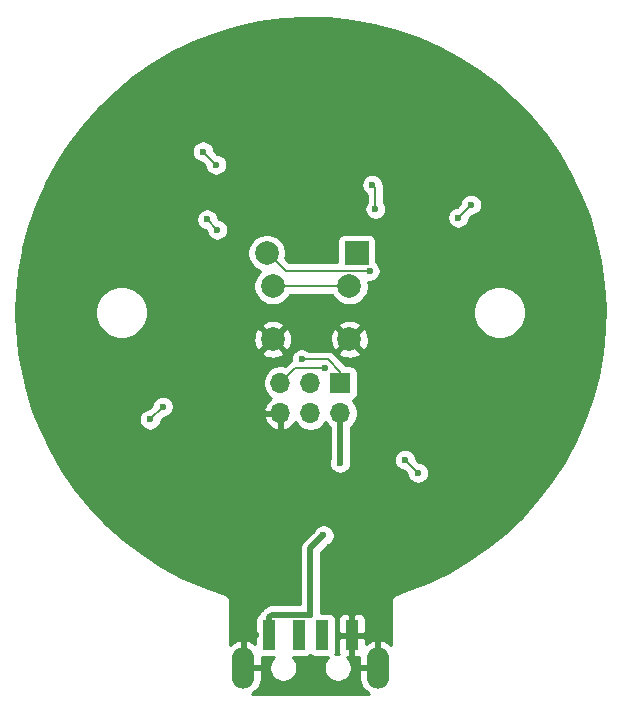
<source format=gbr>
G04 #@! TF.GenerationSoftware,KiCad,Pcbnew,(5.1.6)-1*
G04 #@! TF.CreationDate,2020-09-18T10:49:42+01:00*
G04 #@! TF.ProjectId,teatime,74656174-696d-4652-9e6b-696361645f70,rev?*
G04 #@! TF.SameCoordinates,Original*
G04 #@! TF.FileFunction,Copper,L2,Bot*
G04 #@! TF.FilePolarity,Positive*
%FSLAX46Y46*%
G04 Gerber Fmt 4.6, Leading zero omitted, Abs format (unit mm)*
G04 Created by KiCad (PCBNEW (5.1.6)-1) date 2020-09-18 10:49:42*
%MOMM*%
%LPD*%
G01*
G04 APERTURE LIST*
G04 #@! TA.AperFunction,ComponentPad*
%ADD10C,2.000000*%
G04 #@! TD*
G04 #@! TA.AperFunction,ComponentPad*
%ADD11R,2.000000X2.000000*%
G04 #@! TD*
G04 #@! TA.AperFunction,ComponentPad*
%ADD12O,1.700000X1.700000*%
G04 #@! TD*
G04 #@! TA.AperFunction,ComponentPad*
%ADD13R,1.700000X1.700000*%
G04 #@! TD*
G04 #@! TA.AperFunction,SMDPad,CuDef*
%ADD14R,1.100000X2.500000*%
G04 #@! TD*
G04 #@! TA.AperFunction,ComponentPad*
%ADD15O,1.900000X3.500000*%
G04 #@! TD*
G04 #@! TA.AperFunction,ViaPad*
%ADD16C,0.600000*%
G04 #@! TD*
G04 #@! TA.AperFunction,Conductor*
%ADD17C,0.500000*%
G04 #@! TD*
G04 #@! TA.AperFunction,Conductor*
%ADD18C,0.200000*%
G04 #@! TD*
G04 #@! TA.AperFunction,Conductor*
%ADD19C,0.254000*%
G04 #@! TD*
G04 APERTURE END LIST*
D10*
X96300000Y-95000000D03*
D11*
X103900000Y-95000000D03*
D12*
X97460000Y-108540000D03*
X97460000Y-106000000D03*
X100000000Y-108540000D03*
X100000000Y-106000000D03*
X102540000Y-108540000D03*
D13*
X102540000Y-106000000D03*
D14*
X96500000Y-127350000D03*
X99000000Y-127350000D03*
X101000000Y-127350000D03*
X103500000Y-127350000D03*
D15*
X105700000Y-130100000D03*
X94300000Y-130100000D03*
D10*
X103300000Y-97800000D03*
X103300000Y-102300000D03*
X96800000Y-97800000D03*
X96800000Y-102300000D03*
D16*
X83500000Y-91000000D03*
X90200000Y-89300000D03*
X110700000Y-90200000D03*
X109000000Y-83500000D03*
X89300000Y-109800000D03*
X90900000Y-116400000D03*
X109800000Y-110700000D03*
X116400000Y-109100000D03*
X95350000Y-127350000D03*
X102500000Y-118100000D03*
X99000000Y-115700000D03*
X98100000Y-83000000D03*
X103700000Y-86800000D03*
X95000000Y-112750000D03*
X93500000Y-83250000D03*
X116750000Y-93500000D03*
X106500000Y-116750000D03*
X83250000Y-106500000D03*
X102500000Y-112750000D03*
X101250000Y-104750006D03*
X91250000Y-92150000D03*
X92107115Y-93007115D03*
X99250000Y-104000010D03*
X92000000Y-87500000D03*
X90900000Y-86400000D03*
X87500000Y-108000000D03*
X86414668Y-109085332D03*
X108000000Y-112500000D03*
X109100000Y-113600000D03*
X112500000Y-92000000D03*
X113600000Y-90900000D03*
X100000000Y-125600000D03*
X101100000Y-118900000D03*
X105000000Y-96500000D03*
X105500000Y-91250000D03*
X105224605Y-89224605D03*
D17*
X102540000Y-108540000D02*
X102540000Y-112710000D01*
X102540000Y-112710000D02*
X102500000Y-112750000D01*
D18*
X96800000Y-97800000D02*
X103300000Y-97800000D01*
X98709994Y-104750006D02*
X101250000Y-104750006D01*
X97460000Y-106000000D02*
X98709994Y-104750006D01*
X92107115Y-93007115D02*
X91250000Y-92150000D01*
X101500010Y-104000010D02*
X99250000Y-104000010D01*
X102540000Y-106000000D02*
X102540000Y-105040000D01*
X102540000Y-105040000D02*
X101500010Y-104000010D01*
X92000000Y-87500000D02*
X90900000Y-86400000D01*
X87500000Y-108000000D02*
X86414668Y-109085332D01*
X108000000Y-112500000D02*
X109100000Y-113600000D01*
X112500000Y-92000000D02*
X113600000Y-90900000D01*
D17*
X96750000Y-125600000D02*
X100000000Y-125600000D01*
X96500000Y-127350000D02*
X96500000Y-125850000D01*
X96500000Y-125850000D02*
X96750000Y-125600000D01*
X100000000Y-125600000D02*
X100000000Y-120000000D01*
X100000000Y-120000000D02*
X101100000Y-118900000D01*
D18*
X97900000Y-96500000D02*
X96400000Y-95000000D01*
X105000000Y-96500000D02*
X97900000Y-96500000D01*
X105500000Y-91250000D02*
X105500000Y-89500000D01*
X105500000Y-89500000D02*
X105224605Y-89224605D01*
D19*
G36*
X101529728Y-75135304D02*
G01*
X103475870Y-75331974D01*
X105400596Y-75680734D01*
X107292018Y-76179429D01*
X109138469Y-76824981D01*
X110928598Y-77613421D01*
X112651336Y-78539877D01*
X114296083Y-79598648D01*
X115852683Y-80783196D01*
X117311544Y-82086217D01*
X118663676Y-83499686D01*
X119900747Y-85014893D01*
X121015115Y-86622478D01*
X121999921Y-88312543D01*
X122849087Y-90074659D01*
X123557386Y-91897982D01*
X124120442Y-93771245D01*
X124534791Y-95682918D01*
X124797873Y-97621208D01*
X124908067Y-99574154D01*
X124864696Y-101529726D01*
X124668026Y-103475870D01*
X124319266Y-105400596D01*
X123820571Y-107292019D01*
X123175019Y-109138469D01*
X122386579Y-110928598D01*
X121460123Y-112651336D01*
X120401352Y-114296083D01*
X119216811Y-115852676D01*
X117913783Y-117311543D01*
X116500314Y-118663676D01*
X114985109Y-119900745D01*
X113377522Y-121015115D01*
X111687462Y-121999918D01*
X109925341Y-122849087D01*
X108094662Y-123560244D01*
X107287178Y-123822611D01*
X107226979Y-123840872D01*
X107103636Y-123906800D01*
X106995524Y-123995525D01*
X106906799Y-124103637D01*
X106840871Y-124226980D01*
X106800272Y-124360816D01*
X106789999Y-124465123D01*
X106790000Y-128150664D01*
X106730962Y-128089434D01*
X106474983Y-127911564D01*
X106189221Y-127787051D01*
X106072588Y-127759414D01*
X105827000Y-127879416D01*
X105827000Y-129973000D01*
X105847000Y-129973000D01*
X105847000Y-130227000D01*
X105827000Y-130227000D01*
X105827000Y-130247000D01*
X105573000Y-130247000D01*
X105573000Y-130227000D01*
X104115000Y-130227000D01*
X104115000Y-131027000D01*
X104170232Y-131333778D01*
X104284252Y-131623886D01*
X104452678Y-131886175D01*
X104669038Y-132110566D01*
X104925017Y-132288436D01*
X104928606Y-132290000D01*
X95071394Y-132290000D01*
X95074983Y-132288436D01*
X95330962Y-132110566D01*
X95547322Y-131886175D01*
X95715748Y-131623886D01*
X95829768Y-131333778D01*
X95885000Y-131027000D01*
X95885000Y-130227000D01*
X94427000Y-130227000D01*
X94427000Y-130247000D01*
X94173000Y-130247000D01*
X94173000Y-130227000D01*
X94153000Y-130227000D01*
X94153000Y-129973000D01*
X94173000Y-129973000D01*
X94173000Y-127879416D01*
X94427000Y-127879416D01*
X94427000Y-129973000D01*
X95885000Y-129973000D01*
X95885000Y-129231670D01*
X95950000Y-129238072D01*
X96886084Y-129238072D01*
X96779550Y-129344606D01*
X96649866Y-129538692D01*
X96560539Y-129754348D01*
X96515000Y-129983288D01*
X96515000Y-130216712D01*
X96560539Y-130445652D01*
X96649866Y-130661308D01*
X96779550Y-130855394D01*
X96944606Y-131020450D01*
X97138692Y-131150134D01*
X97354348Y-131239461D01*
X97583288Y-131285000D01*
X97816712Y-131285000D01*
X98045652Y-131239461D01*
X98261308Y-131150134D01*
X98455394Y-131020450D01*
X98620450Y-130855394D01*
X98750134Y-130661308D01*
X98839461Y-130445652D01*
X98885000Y-130216712D01*
X98885000Y-129983288D01*
X98839461Y-129754348D01*
X98750134Y-129538692D01*
X98620450Y-129344606D01*
X98513916Y-129238072D01*
X99550000Y-129238072D01*
X99674482Y-129225812D01*
X99794180Y-129189502D01*
X99904494Y-129130537D01*
X100000000Y-129052158D01*
X100095506Y-129130537D01*
X100205820Y-129189502D01*
X100325518Y-129225812D01*
X100450000Y-129238072D01*
X101486084Y-129238072D01*
X101379550Y-129344606D01*
X101249866Y-129538692D01*
X101160539Y-129754348D01*
X101115000Y-129983288D01*
X101115000Y-130216712D01*
X101160539Y-130445652D01*
X101249866Y-130661308D01*
X101379550Y-130855394D01*
X101544606Y-131020450D01*
X101738692Y-131150134D01*
X101954348Y-131239461D01*
X102183288Y-131285000D01*
X102416712Y-131285000D01*
X102645652Y-131239461D01*
X102861308Y-131150134D01*
X103055394Y-131020450D01*
X103220450Y-130855394D01*
X103350134Y-130661308D01*
X103439461Y-130445652D01*
X103485000Y-130216712D01*
X103485000Y-129983288D01*
X103439461Y-129754348D01*
X103350134Y-129538692D01*
X103220450Y-129344606D01*
X103112032Y-129236188D01*
X103214250Y-129235000D01*
X103373000Y-129076250D01*
X103373000Y-127477000D01*
X103627000Y-127477000D01*
X103627000Y-129076250D01*
X103785750Y-129235000D01*
X104050000Y-129238072D01*
X104115000Y-129231670D01*
X104115000Y-129973000D01*
X105573000Y-129973000D01*
X105573000Y-127879416D01*
X105327412Y-127759414D01*
X105210779Y-127787051D01*
X104925017Y-127911564D01*
X104686407Y-128077365D01*
X104685000Y-127635750D01*
X104526250Y-127477000D01*
X103627000Y-127477000D01*
X103373000Y-127477000D01*
X102473750Y-127477000D01*
X102315000Y-127635750D01*
X102311928Y-128600000D01*
X102324188Y-128724482D01*
X102360498Y-128844180D01*
X102398353Y-128915000D01*
X102183288Y-128915000D01*
X102091934Y-128933171D01*
X102139502Y-128844180D01*
X102175812Y-128724482D01*
X102188072Y-128600000D01*
X102188072Y-126100000D01*
X102311928Y-126100000D01*
X102315000Y-127064250D01*
X102473750Y-127223000D01*
X103373000Y-127223000D01*
X103373000Y-125623750D01*
X103627000Y-125623750D01*
X103627000Y-127223000D01*
X104526250Y-127223000D01*
X104685000Y-127064250D01*
X104688072Y-126100000D01*
X104675812Y-125975518D01*
X104639502Y-125855820D01*
X104580537Y-125745506D01*
X104501185Y-125648815D01*
X104404494Y-125569463D01*
X104294180Y-125510498D01*
X104174482Y-125474188D01*
X104050000Y-125461928D01*
X103785750Y-125465000D01*
X103627000Y-125623750D01*
X103373000Y-125623750D01*
X103214250Y-125465000D01*
X102950000Y-125461928D01*
X102825518Y-125474188D01*
X102705820Y-125510498D01*
X102595506Y-125569463D01*
X102498815Y-125648815D01*
X102419463Y-125745506D01*
X102360498Y-125855820D01*
X102324188Y-125975518D01*
X102311928Y-126100000D01*
X102188072Y-126100000D01*
X102175812Y-125975518D01*
X102139502Y-125855820D01*
X102080537Y-125745506D01*
X102001185Y-125648815D01*
X101904494Y-125569463D01*
X101794180Y-125510498D01*
X101674482Y-125474188D01*
X101550000Y-125461928D01*
X100925853Y-125461928D01*
X100899068Y-125327271D01*
X100885000Y-125293308D01*
X100885000Y-120366578D01*
X101508924Y-119742655D01*
X101542889Y-119728586D01*
X101696028Y-119626262D01*
X101826262Y-119496028D01*
X101928586Y-119342889D01*
X101999068Y-119172729D01*
X102035000Y-118992089D01*
X102035000Y-118807911D01*
X101999068Y-118627271D01*
X101928586Y-118457111D01*
X101826262Y-118303972D01*
X101696028Y-118173738D01*
X101542889Y-118071414D01*
X101372729Y-118000932D01*
X101192089Y-117965000D01*
X101007911Y-117965000D01*
X100827271Y-118000932D01*
X100657111Y-118071414D01*
X100503972Y-118173738D01*
X100373738Y-118303972D01*
X100271414Y-118457111D01*
X100257345Y-118491076D01*
X99404951Y-119343471D01*
X99371184Y-119371183D01*
X99343471Y-119404951D01*
X99343468Y-119404954D01*
X99260590Y-119505941D01*
X99178412Y-119659687D01*
X99127805Y-119826510D01*
X99110719Y-120000000D01*
X99115001Y-120043479D01*
X99115000Y-124715000D01*
X96793465Y-124715000D01*
X96749999Y-124710719D01*
X96706533Y-124715000D01*
X96706523Y-124715000D01*
X96576510Y-124727805D01*
X96409687Y-124778411D01*
X96255941Y-124860589D01*
X96121183Y-124971183D01*
X96093466Y-125004956D01*
X95904952Y-125193470D01*
X95871184Y-125221183D01*
X95843471Y-125254951D01*
X95843468Y-125254954D01*
X95760590Y-125355941D01*
X95678412Y-125509687D01*
X95672814Y-125528140D01*
X95595506Y-125569463D01*
X95498815Y-125648815D01*
X95419463Y-125745506D01*
X95360498Y-125855820D01*
X95324188Y-125975518D01*
X95311928Y-126100000D01*
X95311928Y-128076208D01*
X95074983Y-127911564D01*
X94789221Y-127787051D01*
X94672588Y-127759414D01*
X94427000Y-127879416D01*
X94173000Y-127879416D01*
X93927412Y-127759414D01*
X93810779Y-127787051D01*
X93525017Y-127911564D01*
X93269038Y-128089434D01*
X93210000Y-128150663D01*
X93210000Y-124465122D01*
X93199727Y-124360815D01*
X93159128Y-124226979D01*
X93093200Y-124103636D01*
X93004475Y-123995524D01*
X92896363Y-123906799D01*
X92773020Y-123840871D01*
X92720302Y-123824879D01*
X90861531Y-123175019D01*
X89071402Y-122386579D01*
X87348664Y-121460123D01*
X85703917Y-120401352D01*
X84147324Y-119216811D01*
X82688457Y-117913783D01*
X81336324Y-116500314D01*
X80099255Y-114985109D01*
X78984885Y-113377522D01*
X78000082Y-111687462D01*
X77150913Y-109925341D01*
X76788825Y-108993243D01*
X85479668Y-108993243D01*
X85479668Y-109177421D01*
X85515600Y-109358061D01*
X85586082Y-109528221D01*
X85688406Y-109681360D01*
X85818640Y-109811594D01*
X85971779Y-109913918D01*
X86141939Y-109984400D01*
X86322579Y-110020332D01*
X86506757Y-110020332D01*
X86687397Y-109984400D01*
X86857557Y-109913918D01*
X87010696Y-109811594D01*
X87140930Y-109681360D01*
X87243254Y-109528221D01*
X87313736Y-109358061D01*
X87346600Y-109192847D01*
X87607515Y-108931932D01*
X87772729Y-108899068D01*
X87777984Y-108896891D01*
X96018519Y-108896891D01*
X96115843Y-109171252D01*
X96264822Y-109421355D01*
X96459731Y-109637588D01*
X96693080Y-109811641D01*
X96955901Y-109936825D01*
X97103110Y-109981476D01*
X97333000Y-109860155D01*
X97333000Y-108667000D01*
X96139186Y-108667000D01*
X96018519Y-108896891D01*
X87777984Y-108896891D01*
X87942889Y-108828586D01*
X88096028Y-108726262D01*
X88226262Y-108596028D01*
X88328586Y-108442889D01*
X88399068Y-108272729D01*
X88435000Y-108092089D01*
X88435000Y-107907911D01*
X88399068Y-107727271D01*
X88328586Y-107557111D01*
X88226262Y-107403972D01*
X88096028Y-107273738D01*
X87942889Y-107171414D01*
X87772729Y-107100932D01*
X87592089Y-107065000D01*
X87407911Y-107065000D01*
X87227271Y-107100932D01*
X87057111Y-107171414D01*
X86903972Y-107273738D01*
X86773738Y-107403972D01*
X86671414Y-107557111D01*
X86600932Y-107727271D01*
X86568068Y-107892485D01*
X86307153Y-108153400D01*
X86141939Y-108186264D01*
X85971779Y-108256746D01*
X85818640Y-108359070D01*
X85688406Y-108489304D01*
X85586082Y-108642443D01*
X85515600Y-108812603D01*
X85479668Y-108993243D01*
X76788825Y-108993243D01*
X76442614Y-108102018D01*
X75879557Y-106228752D01*
X75798275Y-105853740D01*
X95975000Y-105853740D01*
X95975000Y-106146260D01*
X96032068Y-106433158D01*
X96144010Y-106703411D01*
X96306525Y-106946632D01*
X96513368Y-107153475D01*
X96689406Y-107271100D01*
X96459731Y-107442412D01*
X96264822Y-107658645D01*
X96115843Y-107908748D01*
X96018519Y-108183109D01*
X96139186Y-108413000D01*
X97333000Y-108413000D01*
X97333000Y-108393000D01*
X97587000Y-108393000D01*
X97587000Y-108413000D01*
X97607000Y-108413000D01*
X97607000Y-108667000D01*
X97587000Y-108667000D01*
X97587000Y-109860155D01*
X97816890Y-109981476D01*
X97964099Y-109936825D01*
X98226920Y-109811641D01*
X98460269Y-109637588D01*
X98655178Y-109421355D01*
X98724805Y-109304466D01*
X98846525Y-109486632D01*
X99053368Y-109693475D01*
X99296589Y-109855990D01*
X99566842Y-109967932D01*
X99853740Y-110025000D01*
X100146260Y-110025000D01*
X100433158Y-109967932D01*
X100703411Y-109855990D01*
X100946632Y-109693475D01*
X101153475Y-109486632D01*
X101270000Y-109312240D01*
X101386525Y-109486632D01*
X101593368Y-109693475D01*
X101655000Y-109734656D01*
X101655001Y-112346736D01*
X101600932Y-112477271D01*
X101565000Y-112657911D01*
X101565000Y-112842089D01*
X101600932Y-113022729D01*
X101671414Y-113192889D01*
X101773738Y-113346028D01*
X101903972Y-113476262D01*
X102057111Y-113578586D01*
X102227271Y-113649068D01*
X102407911Y-113685000D01*
X102592089Y-113685000D01*
X102772729Y-113649068D01*
X102942889Y-113578586D01*
X103096028Y-113476262D01*
X103226262Y-113346028D01*
X103328586Y-113192889D01*
X103399068Y-113022729D01*
X103435000Y-112842089D01*
X103435000Y-112657911D01*
X103425000Y-112607638D01*
X103425000Y-112407911D01*
X107065000Y-112407911D01*
X107065000Y-112592089D01*
X107100932Y-112772729D01*
X107171414Y-112942889D01*
X107273738Y-113096028D01*
X107403972Y-113226262D01*
X107557111Y-113328586D01*
X107727271Y-113399068D01*
X107892485Y-113431932D01*
X108168068Y-113707515D01*
X108200932Y-113872729D01*
X108271414Y-114042889D01*
X108373738Y-114196028D01*
X108503972Y-114326262D01*
X108657111Y-114428586D01*
X108827271Y-114499068D01*
X109007911Y-114535000D01*
X109192089Y-114535000D01*
X109372729Y-114499068D01*
X109542889Y-114428586D01*
X109696028Y-114326262D01*
X109826262Y-114196028D01*
X109928586Y-114042889D01*
X109999068Y-113872729D01*
X110035000Y-113692089D01*
X110035000Y-113507911D01*
X109999068Y-113327271D01*
X109928586Y-113157111D01*
X109826262Y-113003972D01*
X109696028Y-112873738D01*
X109542889Y-112771414D01*
X109372729Y-112700932D01*
X109207515Y-112668068D01*
X108931932Y-112392485D01*
X108899068Y-112227271D01*
X108828586Y-112057111D01*
X108726262Y-111903972D01*
X108596028Y-111773738D01*
X108442889Y-111671414D01*
X108272729Y-111600932D01*
X108092089Y-111565000D01*
X107907911Y-111565000D01*
X107727271Y-111600932D01*
X107557111Y-111671414D01*
X107403972Y-111773738D01*
X107273738Y-111903972D01*
X107171414Y-112057111D01*
X107100932Y-112227271D01*
X107065000Y-112407911D01*
X103425000Y-112407911D01*
X103425000Y-109734656D01*
X103486632Y-109693475D01*
X103693475Y-109486632D01*
X103855990Y-109243411D01*
X103967932Y-108973158D01*
X104025000Y-108686260D01*
X104025000Y-108393740D01*
X103967932Y-108106842D01*
X103855990Y-107836589D01*
X103693475Y-107593368D01*
X103561620Y-107461513D01*
X103634180Y-107439502D01*
X103744494Y-107380537D01*
X103841185Y-107301185D01*
X103920537Y-107204494D01*
X103979502Y-107094180D01*
X104015812Y-106974482D01*
X104028072Y-106850000D01*
X104028072Y-105150000D01*
X104015812Y-105025518D01*
X103979502Y-104905820D01*
X103920537Y-104795506D01*
X103841185Y-104698815D01*
X103744494Y-104619463D01*
X103634180Y-104560498D01*
X103514482Y-104524188D01*
X103390000Y-104511928D01*
X103055129Y-104511928D01*
X103034193Y-104494746D01*
X102045268Y-103505822D01*
X102022248Y-103477772D01*
X101970634Y-103435413D01*
X102344192Y-103435413D01*
X102439956Y-103699814D01*
X102729571Y-103840704D01*
X103041108Y-103922384D01*
X103362595Y-103941718D01*
X103681675Y-103897961D01*
X103986088Y-103792795D01*
X104160044Y-103699814D01*
X104255808Y-103435413D01*
X103300000Y-102479605D01*
X102344192Y-103435413D01*
X101970634Y-103435413D01*
X101910330Y-103385923D01*
X101782643Y-103317673D01*
X101644095Y-103275645D01*
X101536115Y-103265010D01*
X101500010Y-103261454D01*
X101463905Y-103265010D01*
X99832951Y-103265010D01*
X99692889Y-103171424D01*
X99522729Y-103100942D01*
X99342089Y-103065010D01*
X99157911Y-103065010D01*
X98977271Y-103100942D01*
X98807111Y-103171424D01*
X98653972Y-103273748D01*
X98523738Y-103403982D01*
X98421414Y-103557121D01*
X98350932Y-103727281D01*
X98315000Y-103907921D01*
X98315000Y-104092099D01*
X98321406Y-104124303D01*
X98299674Y-104135919D01*
X98187756Y-104227768D01*
X98164740Y-104255813D01*
X97855897Y-104564656D01*
X97606260Y-104515000D01*
X97313740Y-104515000D01*
X97026842Y-104572068D01*
X96756589Y-104684010D01*
X96513368Y-104846525D01*
X96306525Y-105053368D01*
X96144010Y-105296589D01*
X96032068Y-105566842D01*
X95975000Y-105853740D01*
X75798275Y-105853740D01*
X75465209Y-104317082D01*
X75345542Y-103435413D01*
X95844192Y-103435413D01*
X95939956Y-103699814D01*
X96229571Y-103840704D01*
X96541108Y-103922384D01*
X96862595Y-103941718D01*
X97181675Y-103897961D01*
X97486088Y-103792795D01*
X97660044Y-103699814D01*
X97755808Y-103435413D01*
X96800000Y-102479605D01*
X95844192Y-103435413D01*
X75345542Y-103435413D01*
X75202127Y-102378792D01*
X75201214Y-102362595D01*
X95158282Y-102362595D01*
X95202039Y-102681675D01*
X95307205Y-102986088D01*
X95400186Y-103160044D01*
X95664587Y-103255808D01*
X96620395Y-102300000D01*
X96979605Y-102300000D01*
X97935413Y-103255808D01*
X98199814Y-103160044D01*
X98340704Y-102870429D01*
X98422384Y-102558892D01*
X98434189Y-102362595D01*
X101658282Y-102362595D01*
X101702039Y-102681675D01*
X101807205Y-102986088D01*
X101900186Y-103160044D01*
X102164587Y-103255808D01*
X103120395Y-102300000D01*
X103479605Y-102300000D01*
X104435413Y-103255808D01*
X104699814Y-103160044D01*
X104840704Y-102870429D01*
X104922384Y-102558892D01*
X104941718Y-102237405D01*
X104897961Y-101918325D01*
X104792795Y-101613912D01*
X104699814Y-101439956D01*
X104435413Y-101344192D01*
X103479605Y-102300000D01*
X103120395Y-102300000D01*
X102164587Y-101344192D01*
X101900186Y-101439956D01*
X101759296Y-101729571D01*
X101677616Y-102041108D01*
X101658282Y-102362595D01*
X98434189Y-102362595D01*
X98441718Y-102237405D01*
X98397961Y-101918325D01*
X98292795Y-101613912D01*
X98199814Y-101439956D01*
X97935413Y-101344192D01*
X96979605Y-102300000D01*
X96620395Y-102300000D01*
X95664587Y-101344192D01*
X95400186Y-101439956D01*
X95259296Y-101729571D01*
X95177616Y-102041108D01*
X95158282Y-102362595D01*
X75201214Y-102362595D01*
X75091933Y-100425846D01*
X75106259Y-99779872D01*
X81765000Y-99779872D01*
X81765000Y-100220128D01*
X81850890Y-100651925D01*
X82019369Y-101058669D01*
X82263962Y-101424729D01*
X82575271Y-101736038D01*
X82941331Y-101980631D01*
X83348075Y-102149110D01*
X83779872Y-102235000D01*
X84220128Y-102235000D01*
X84651925Y-102149110D01*
X85058669Y-101980631D01*
X85424729Y-101736038D01*
X85736038Y-101424729D01*
X85909858Y-101164587D01*
X95844192Y-101164587D01*
X96800000Y-102120395D01*
X97755808Y-101164587D01*
X102344192Y-101164587D01*
X103300000Y-102120395D01*
X104255808Y-101164587D01*
X104160044Y-100900186D01*
X103870429Y-100759296D01*
X103558892Y-100677616D01*
X103237405Y-100658282D01*
X102918325Y-100702039D01*
X102613912Y-100807205D01*
X102439956Y-100900186D01*
X102344192Y-101164587D01*
X97755808Y-101164587D01*
X97660044Y-100900186D01*
X97370429Y-100759296D01*
X97058892Y-100677616D01*
X96737405Y-100658282D01*
X96418325Y-100702039D01*
X96113912Y-100807205D01*
X95939956Y-100900186D01*
X95844192Y-101164587D01*
X85909858Y-101164587D01*
X85980631Y-101058669D01*
X86149110Y-100651925D01*
X86235000Y-100220128D01*
X86235000Y-99779872D01*
X113765000Y-99779872D01*
X113765000Y-100220128D01*
X113850890Y-100651925D01*
X114019369Y-101058669D01*
X114263962Y-101424729D01*
X114575271Y-101736038D01*
X114941331Y-101980631D01*
X115348075Y-102149110D01*
X115779872Y-102235000D01*
X116220128Y-102235000D01*
X116651925Y-102149110D01*
X117058669Y-101980631D01*
X117424729Y-101736038D01*
X117736038Y-101424729D01*
X117980631Y-101058669D01*
X118149110Y-100651925D01*
X118235000Y-100220128D01*
X118235000Y-99779872D01*
X118149110Y-99348075D01*
X117980631Y-98941331D01*
X117736038Y-98575271D01*
X117424729Y-98263962D01*
X117058669Y-98019369D01*
X116651925Y-97850890D01*
X116220128Y-97765000D01*
X115779872Y-97765000D01*
X115348075Y-97850890D01*
X114941331Y-98019369D01*
X114575271Y-98263962D01*
X114263962Y-98575271D01*
X114019369Y-98941331D01*
X113850890Y-99348075D01*
X113765000Y-99779872D01*
X86235000Y-99779872D01*
X86149110Y-99348075D01*
X85980631Y-98941331D01*
X85736038Y-98575271D01*
X85424729Y-98263962D01*
X85058669Y-98019369D01*
X84651925Y-97850890D01*
X84220128Y-97765000D01*
X83779872Y-97765000D01*
X83348075Y-97850890D01*
X82941331Y-98019369D01*
X82575271Y-98263962D01*
X82263962Y-98575271D01*
X82019369Y-98941331D01*
X81850890Y-99348075D01*
X81765000Y-99779872D01*
X75106259Y-99779872D01*
X75135304Y-98470272D01*
X75331974Y-96524130D01*
X75637325Y-94838967D01*
X94665000Y-94838967D01*
X94665000Y-95161033D01*
X94727832Y-95476912D01*
X94851082Y-95774463D01*
X95030013Y-96042252D01*
X95257748Y-96269987D01*
X95525537Y-96448918D01*
X95747078Y-96540683D01*
X95530013Y-96757748D01*
X95351082Y-97025537D01*
X95227832Y-97323088D01*
X95165000Y-97638967D01*
X95165000Y-97961033D01*
X95227832Y-98276912D01*
X95351082Y-98574463D01*
X95530013Y-98842252D01*
X95757748Y-99069987D01*
X96025537Y-99248918D01*
X96323088Y-99372168D01*
X96638967Y-99435000D01*
X96961033Y-99435000D01*
X97276912Y-99372168D01*
X97574463Y-99248918D01*
X97842252Y-99069987D01*
X98069987Y-98842252D01*
X98248918Y-98574463D01*
X98265264Y-98535000D01*
X101834736Y-98535000D01*
X101851082Y-98574463D01*
X102030013Y-98842252D01*
X102257748Y-99069987D01*
X102525537Y-99248918D01*
X102823088Y-99372168D01*
X103138967Y-99435000D01*
X103461033Y-99435000D01*
X103776912Y-99372168D01*
X104074463Y-99248918D01*
X104342252Y-99069987D01*
X104569987Y-98842252D01*
X104748918Y-98574463D01*
X104872168Y-98276912D01*
X104935000Y-97961033D01*
X104935000Y-97638967D01*
X104893873Y-97432208D01*
X104907911Y-97435000D01*
X105092089Y-97435000D01*
X105272729Y-97399068D01*
X105442889Y-97328586D01*
X105596028Y-97226262D01*
X105726262Y-97096028D01*
X105828586Y-96942889D01*
X105899068Y-96772729D01*
X105935000Y-96592089D01*
X105935000Y-96407911D01*
X105899068Y-96227271D01*
X105828586Y-96057111D01*
X105726262Y-95903972D01*
X105596028Y-95773738D01*
X105538072Y-95735013D01*
X105538072Y-94000000D01*
X105525812Y-93875518D01*
X105489502Y-93755820D01*
X105430537Y-93645506D01*
X105351185Y-93548815D01*
X105254494Y-93469463D01*
X105144180Y-93410498D01*
X105024482Y-93374188D01*
X104900000Y-93361928D01*
X102900000Y-93361928D01*
X102775518Y-93374188D01*
X102655820Y-93410498D01*
X102545506Y-93469463D01*
X102448815Y-93548815D01*
X102369463Y-93645506D01*
X102310498Y-93755820D01*
X102274188Y-93875518D01*
X102261928Y-94000000D01*
X102261928Y-95765000D01*
X98204447Y-95765000D01*
X97879500Y-95440053D01*
X97935000Y-95161033D01*
X97935000Y-94838967D01*
X97872168Y-94523088D01*
X97748918Y-94225537D01*
X97569987Y-93957748D01*
X97342252Y-93730013D01*
X97074463Y-93551082D01*
X96776912Y-93427832D01*
X96461033Y-93365000D01*
X96138967Y-93365000D01*
X95823088Y-93427832D01*
X95525537Y-93551082D01*
X95257748Y-93730013D01*
X95030013Y-93957748D01*
X94851082Y-94225537D01*
X94727832Y-94523088D01*
X94665000Y-94838967D01*
X75637325Y-94838967D01*
X75680734Y-94599404D01*
X76179429Y-92707982D01*
X76406705Y-92057911D01*
X90315000Y-92057911D01*
X90315000Y-92242089D01*
X90350932Y-92422729D01*
X90421414Y-92592889D01*
X90523738Y-92746028D01*
X90653972Y-92876262D01*
X90807111Y-92978586D01*
X90977271Y-93049068D01*
X91142485Y-93081932D01*
X91175183Y-93114630D01*
X91208047Y-93279844D01*
X91278529Y-93450004D01*
X91380853Y-93603143D01*
X91511087Y-93733377D01*
X91664226Y-93835701D01*
X91834386Y-93906183D01*
X92015026Y-93942115D01*
X92199204Y-93942115D01*
X92379844Y-93906183D01*
X92550004Y-93835701D01*
X92703143Y-93733377D01*
X92833377Y-93603143D01*
X92935701Y-93450004D01*
X93006183Y-93279844D01*
X93042115Y-93099204D01*
X93042115Y-92915026D01*
X93006183Y-92734386D01*
X92935701Y-92564226D01*
X92833377Y-92411087D01*
X92703143Y-92280853D01*
X92550004Y-92178529D01*
X92379844Y-92108047D01*
X92214630Y-92075183D01*
X92181932Y-92042485D01*
X92149068Y-91877271D01*
X92078586Y-91707111D01*
X91976262Y-91553972D01*
X91846028Y-91423738D01*
X91692889Y-91321414D01*
X91522729Y-91250932D01*
X91342089Y-91215000D01*
X91157911Y-91215000D01*
X90977271Y-91250932D01*
X90807111Y-91321414D01*
X90653972Y-91423738D01*
X90523738Y-91553972D01*
X90421414Y-91707111D01*
X90350932Y-91877271D01*
X90315000Y-92057911D01*
X76406705Y-92057911D01*
X76824981Y-90861531D01*
X77586504Y-89132516D01*
X104289605Y-89132516D01*
X104289605Y-89316694D01*
X104325537Y-89497334D01*
X104396019Y-89667494D01*
X104498343Y-89820633D01*
X104628577Y-89950867D01*
X104765001Y-90042022D01*
X104765000Y-90667049D01*
X104671414Y-90807111D01*
X104600932Y-90977271D01*
X104565000Y-91157911D01*
X104565000Y-91342089D01*
X104600932Y-91522729D01*
X104671414Y-91692889D01*
X104773738Y-91846028D01*
X104903972Y-91976262D01*
X105057111Y-92078586D01*
X105227271Y-92149068D01*
X105407911Y-92185000D01*
X105592089Y-92185000D01*
X105772729Y-92149068D01*
X105942889Y-92078586D01*
X106096028Y-91976262D01*
X106164379Y-91907911D01*
X111565000Y-91907911D01*
X111565000Y-92092089D01*
X111600932Y-92272729D01*
X111671414Y-92442889D01*
X111773738Y-92596028D01*
X111903972Y-92726262D01*
X112057111Y-92828586D01*
X112227271Y-92899068D01*
X112407911Y-92935000D01*
X112592089Y-92935000D01*
X112772729Y-92899068D01*
X112942889Y-92828586D01*
X113096028Y-92726262D01*
X113226262Y-92596028D01*
X113328586Y-92442889D01*
X113399068Y-92272729D01*
X113431932Y-92107515D01*
X113707515Y-91831932D01*
X113872729Y-91799068D01*
X114042889Y-91728586D01*
X114196028Y-91626262D01*
X114326262Y-91496028D01*
X114428586Y-91342889D01*
X114499068Y-91172729D01*
X114535000Y-90992089D01*
X114535000Y-90807911D01*
X114499068Y-90627271D01*
X114428586Y-90457111D01*
X114326262Y-90303972D01*
X114196028Y-90173738D01*
X114042889Y-90071414D01*
X113872729Y-90000932D01*
X113692089Y-89965000D01*
X113507911Y-89965000D01*
X113327271Y-90000932D01*
X113157111Y-90071414D01*
X113003972Y-90173738D01*
X112873738Y-90303972D01*
X112771414Y-90457111D01*
X112700932Y-90627271D01*
X112668068Y-90792485D01*
X112392485Y-91068068D01*
X112227271Y-91100932D01*
X112057111Y-91171414D01*
X111903972Y-91273738D01*
X111773738Y-91403972D01*
X111671414Y-91557111D01*
X111600932Y-91727271D01*
X111565000Y-91907911D01*
X106164379Y-91907911D01*
X106226262Y-91846028D01*
X106328586Y-91692889D01*
X106399068Y-91522729D01*
X106435000Y-91342089D01*
X106435000Y-91157911D01*
X106399068Y-90977271D01*
X106328586Y-90807111D01*
X106235000Y-90667049D01*
X106235000Y-89536094D01*
X106238555Y-89499999D01*
X106235000Y-89463904D01*
X106235000Y-89463895D01*
X106224365Y-89355915D01*
X106182337Y-89217367D01*
X106159605Y-89174838D01*
X106159605Y-89132516D01*
X106123673Y-88951876D01*
X106053191Y-88781716D01*
X105950867Y-88628577D01*
X105820633Y-88498343D01*
X105667494Y-88396019D01*
X105497334Y-88325537D01*
X105316694Y-88289605D01*
X105132516Y-88289605D01*
X104951876Y-88325537D01*
X104781716Y-88396019D01*
X104628577Y-88498343D01*
X104498343Y-88628577D01*
X104396019Y-88781716D01*
X104325537Y-88951876D01*
X104289605Y-89132516D01*
X77586504Y-89132516D01*
X77613421Y-89071402D01*
X78539877Y-87348664D01*
X79209839Y-86307911D01*
X89965000Y-86307911D01*
X89965000Y-86492089D01*
X90000932Y-86672729D01*
X90071414Y-86842889D01*
X90173738Y-86996028D01*
X90303972Y-87126262D01*
X90457111Y-87228586D01*
X90627271Y-87299068D01*
X90792485Y-87331932D01*
X91068068Y-87607515D01*
X91100932Y-87772729D01*
X91171414Y-87942889D01*
X91273738Y-88096028D01*
X91403972Y-88226262D01*
X91557111Y-88328586D01*
X91727271Y-88399068D01*
X91907911Y-88435000D01*
X92092089Y-88435000D01*
X92272729Y-88399068D01*
X92442889Y-88328586D01*
X92596028Y-88226262D01*
X92726262Y-88096028D01*
X92828586Y-87942889D01*
X92899068Y-87772729D01*
X92935000Y-87592089D01*
X92935000Y-87407911D01*
X92899068Y-87227271D01*
X92828586Y-87057111D01*
X92726262Y-86903972D01*
X92596028Y-86773738D01*
X92442889Y-86671414D01*
X92272729Y-86600932D01*
X92107515Y-86568068D01*
X91831932Y-86292485D01*
X91799068Y-86127271D01*
X91728586Y-85957111D01*
X91626262Y-85803972D01*
X91496028Y-85673738D01*
X91342889Y-85571414D01*
X91172729Y-85500932D01*
X90992089Y-85465000D01*
X90807911Y-85465000D01*
X90627271Y-85500932D01*
X90457111Y-85571414D01*
X90303972Y-85673738D01*
X90173738Y-85803972D01*
X90071414Y-85957111D01*
X90000932Y-86127271D01*
X89965000Y-86307911D01*
X79209839Y-86307911D01*
X79598648Y-85703917D01*
X80783196Y-84147317D01*
X82086217Y-82688456D01*
X83499686Y-81336324D01*
X85014893Y-80099253D01*
X86622478Y-78984885D01*
X88312543Y-78000079D01*
X90074659Y-77150913D01*
X91897982Y-76442614D01*
X93771245Y-75879558D01*
X95682918Y-75465209D01*
X97621208Y-75202127D01*
X99574154Y-75091933D01*
X101529728Y-75135304D01*
G37*
X101529728Y-75135304D02*
X103475870Y-75331974D01*
X105400596Y-75680734D01*
X107292018Y-76179429D01*
X109138469Y-76824981D01*
X110928598Y-77613421D01*
X112651336Y-78539877D01*
X114296083Y-79598648D01*
X115852683Y-80783196D01*
X117311544Y-82086217D01*
X118663676Y-83499686D01*
X119900747Y-85014893D01*
X121015115Y-86622478D01*
X121999921Y-88312543D01*
X122849087Y-90074659D01*
X123557386Y-91897982D01*
X124120442Y-93771245D01*
X124534791Y-95682918D01*
X124797873Y-97621208D01*
X124908067Y-99574154D01*
X124864696Y-101529726D01*
X124668026Y-103475870D01*
X124319266Y-105400596D01*
X123820571Y-107292019D01*
X123175019Y-109138469D01*
X122386579Y-110928598D01*
X121460123Y-112651336D01*
X120401352Y-114296083D01*
X119216811Y-115852676D01*
X117913783Y-117311543D01*
X116500314Y-118663676D01*
X114985109Y-119900745D01*
X113377522Y-121015115D01*
X111687462Y-121999918D01*
X109925341Y-122849087D01*
X108094662Y-123560244D01*
X107287178Y-123822611D01*
X107226979Y-123840872D01*
X107103636Y-123906800D01*
X106995524Y-123995525D01*
X106906799Y-124103637D01*
X106840871Y-124226980D01*
X106800272Y-124360816D01*
X106789999Y-124465123D01*
X106790000Y-128150664D01*
X106730962Y-128089434D01*
X106474983Y-127911564D01*
X106189221Y-127787051D01*
X106072588Y-127759414D01*
X105827000Y-127879416D01*
X105827000Y-129973000D01*
X105847000Y-129973000D01*
X105847000Y-130227000D01*
X105827000Y-130227000D01*
X105827000Y-130247000D01*
X105573000Y-130247000D01*
X105573000Y-130227000D01*
X104115000Y-130227000D01*
X104115000Y-131027000D01*
X104170232Y-131333778D01*
X104284252Y-131623886D01*
X104452678Y-131886175D01*
X104669038Y-132110566D01*
X104925017Y-132288436D01*
X104928606Y-132290000D01*
X95071394Y-132290000D01*
X95074983Y-132288436D01*
X95330962Y-132110566D01*
X95547322Y-131886175D01*
X95715748Y-131623886D01*
X95829768Y-131333778D01*
X95885000Y-131027000D01*
X95885000Y-130227000D01*
X94427000Y-130227000D01*
X94427000Y-130247000D01*
X94173000Y-130247000D01*
X94173000Y-130227000D01*
X94153000Y-130227000D01*
X94153000Y-129973000D01*
X94173000Y-129973000D01*
X94173000Y-127879416D01*
X94427000Y-127879416D01*
X94427000Y-129973000D01*
X95885000Y-129973000D01*
X95885000Y-129231670D01*
X95950000Y-129238072D01*
X96886084Y-129238072D01*
X96779550Y-129344606D01*
X96649866Y-129538692D01*
X96560539Y-129754348D01*
X96515000Y-129983288D01*
X96515000Y-130216712D01*
X96560539Y-130445652D01*
X96649866Y-130661308D01*
X96779550Y-130855394D01*
X96944606Y-131020450D01*
X97138692Y-131150134D01*
X97354348Y-131239461D01*
X97583288Y-131285000D01*
X97816712Y-131285000D01*
X98045652Y-131239461D01*
X98261308Y-131150134D01*
X98455394Y-131020450D01*
X98620450Y-130855394D01*
X98750134Y-130661308D01*
X98839461Y-130445652D01*
X98885000Y-130216712D01*
X98885000Y-129983288D01*
X98839461Y-129754348D01*
X98750134Y-129538692D01*
X98620450Y-129344606D01*
X98513916Y-129238072D01*
X99550000Y-129238072D01*
X99674482Y-129225812D01*
X99794180Y-129189502D01*
X99904494Y-129130537D01*
X100000000Y-129052158D01*
X100095506Y-129130537D01*
X100205820Y-129189502D01*
X100325518Y-129225812D01*
X100450000Y-129238072D01*
X101486084Y-129238072D01*
X101379550Y-129344606D01*
X101249866Y-129538692D01*
X101160539Y-129754348D01*
X101115000Y-129983288D01*
X101115000Y-130216712D01*
X101160539Y-130445652D01*
X101249866Y-130661308D01*
X101379550Y-130855394D01*
X101544606Y-131020450D01*
X101738692Y-131150134D01*
X101954348Y-131239461D01*
X102183288Y-131285000D01*
X102416712Y-131285000D01*
X102645652Y-131239461D01*
X102861308Y-131150134D01*
X103055394Y-131020450D01*
X103220450Y-130855394D01*
X103350134Y-130661308D01*
X103439461Y-130445652D01*
X103485000Y-130216712D01*
X103485000Y-129983288D01*
X103439461Y-129754348D01*
X103350134Y-129538692D01*
X103220450Y-129344606D01*
X103112032Y-129236188D01*
X103214250Y-129235000D01*
X103373000Y-129076250D01*
X103373000Y-127477000D01*
X103627000Y-127477000D01*
X103627000Y-129076250D01*
X103785750Y-129235000D01*
X104050000Y-129238072D01*
X104115000Y-129231670D01*
X104115000Y-129973000D01*
X105573000Y-129973000D01*
X105573000Y-127879416D01*
X105327412Y-127759414D01*
X105210779Y-127787051D01*
X104925017Y-127911564D01*
X104686407Y-128077365D01*
X104685000Y-127635750D01*
X104526250Y-127477000D01*
X103627000Y-127477000D01*
X103373000Y-127477000D01*
X102473750Y-127477000D01*
X102315000Y-127635750D01*
X102311928Y-128600000D01*
X102324188Y-128724482D01*
X102360498Y-128844180D01*
X102398353Y-128915000D01*
X102183288Y-128915000D01*
X102091934Y-128933171D01*
X102139502Y-128844180D01*
X102175812Y-128724482D01*
X102188072Y-128600000D01*
X102188072Y-126100000D01*
X102311928Y-126100000D01*
X102315000Y-127064250D01*
X102473750Y-127223000D01*
X103373000Y-127223000D01*
X103373000Y-125623750D01*
X103627000Y-125623750D01*
X103627000Y-127223000D01*
X104526250Y-127223000D01*
X104685000Y-127064250D01*
X104688072Y-126100000D01*
X104675812Y-125975518D01*
X104639502Y-125855820D01*
X104580537Y-125745506D01*
X104501185Y-125648815D01*
X104404494Y-125569463D01*
X104294180Y-125510498D01*
X104174482Y-125474188D01*
X104050000Y-125461928D01*
X103785750Y-125465000D01*
X103627000Y-125623750D01*
X103373000Y-125623750D01*
X103214250Y-125465000D01*
X102950000Y-125461928D01*
X102825518Y-125474188D01*
X102705820Y-125510498D01*
X102595506Y-125569463D01*
X102498815Y-125648815D01*
X102419463Y-125745506D01*
X102360498Y-125855820D01*
X102324188Y-125975518D01*
X102311928Y-126100000D01*
X102188072Y-126100000D01*
X102175812Y-125975518D01*
X102139502Y-125855820D01*
X102080537Y-125745506D01*
X102001185Y-125648815D01*
X101904494Y-125569463D01*
X101794180Y-125510498D01*
X101674482Y-125474188D01*
X101550000Y-125461928D01*
X100925853Y-125461928D01*
X100899068Y-125327271D01*
X100885000Y-125293308D01*
X100885000Y-120366578D01*
X101508924Y-119742655D01*
X101542889Y-119728586D01*
X101696028Y-119626262D01*
X101826262Y-119496028D01*
X101928586Y-119342889D01*
X101999068Y-119172729D01*
X102035000Y-118992089D01*
X102035000Y-118807911D01*
X101999068Y-118627271D01*
X101928586Y-118457111D01*
X101826262Y-118303972D01*
X101696028Y-118173738D01*
X101542889Y-118071414D01*
X101372729Y-118000932D01*
X101192089Y-117965000D01*
X101007911Y-117965000D01*
X100827271Y-118000932D01*
X100657111Y-118071414D01*
X100503972Y-118173738D01*
X100373738Y-118303972D01*
X100271414Y-118457111D01*
X100257345Y-118491076D01*
X99404951Y-119343471D01*
X99371184Y-119371183D01*
X99343471Y-119404951D01*
X99343468Y-119404954D01*
X99260590Y-119505941D01*
X99178412Y-119659687D01*
X99127805Y-119826510D01*
X99110719Y-120000000D01*
X99115001Y-120043479D01*
X99115000Y-124715000D01*
X96793465Y-124715000D01*
X96749999Y-124710719D01*
X96706533Y-124715000D01*
X96706523Y-124715000D01*
X96576510Y-124727805D01*
X96409687Y-124778411D01*
X96255941Y-124860589D01*
X96121183Y-124971183D01*
X96093466Y-125004956D01*
X95904952Y-125193470D01*
X95871184Y-125221183D01*
X95843471Y-125254951D01*
X95843468Y-125254954D01*
X95760590Y-125355941D01*
X95678412Y-125509687D01*
X95672814Y-125528140D01*
X95595506Y-125569463D01*
X95498815Y-125648815D01*
X95419463Y-125745506D01*
X95360498Y-125855820D01*
X95324188Y-125975518D01*
X95311928Y-126100000D01*
X95311928Y-128076208D01*
X95074983Y-127911564D01*
X94789221Y-127787051D01*
X94672588Y-127759414D01*
X94427000Y-127879416D01*
X94173000Y-127879416D01*
X93927412Y-127759414D01*
X93810779Y-127787051D01*
X93525017Y-127911564D01*
X93269038Y-128089434D01*
X93210000Y-128150663D01*
X93210000Y-124465122D01*
X93199727Y-124360815D01*
X93159128Y-124226979D01*
X93093200Y-124103636D01*
X93004475Y-123995524D01*
X92896363Y-123906799D01*
X92773020Y-123840871D01*
X92720302Y-123824879D01*
X90861531Y-123175019D01*
X89071402Y-122386579D01*
X87348664Y-121460123D01*
X85703917Y-120401352D01*
X84147324Y-119216811D01*
X82688457Y-117913783D01*
X81336324Y-116500314D01*
X80099255Y-114985109D01*
X78984885Y-113377522D01*
X78000082Y-111687462D01*
X77150913Y-109925341D01*
X76788825Y-108993243D01*
X85479668Y-108993243D01*
X85479668Y-109177421D01*
X85515600Y-109358061D01*
X85586082Y-109528221D01*
X85688406Y-109681360D01*
X85818640Y-109811594D01*
X85971779Y-109913918D01*
X86141939Y-109984400D01*
X86322579Y-110020332D01*
X86506757Y-110020332D01*
X86687397Y-109984400D01*
X86857557Y-109913918D01*
X87010696Y-109811594D01*
X87140930Y-109681360D01*
X87243254Y-109528221D01*
X87313736Y-109358061D01*
X87346600Y-109192847D01*
X87607515Y-108931932D01*
X87772729Y-108899068D01*
X87777984Y-108896891D01*
X96018519Y-108896891D01*
X96115843Y-109171252D01*
X96264822Y-109421355D01*
X96459731Y-109637588D01*
X96693080Y-109811641D01*
X96955901Y-109936825D01*
X97103110Y-109981476D01*
X97333000Y-109860155D01*
X97333000Y-108667000D01*
X96139186Y-108667000D01*
X96018519Y-108896891D01*
X87777984Y-108896891D01*
X87942889Y-108828586D01*
X88096028Y-108726262D01*
X88226262Y-108596028D01*
X88328586Y-108442889D01*
X88399068Y-108272729D01*
X88435000Y-108092089D01*
X88435000Y-107907911D01*
X88399068Y-107727271D01*
X88328586Y-107557111D01*
X88226262Y-107403972D01*
X88096028Y-107273738D01*
X87942889Y-107171414D01*
X87772729Y-107100932D01*
X87592089Y-107065000D01*
X87407911Y-107065000D01*
X87227271Y-107100932D01*
X87057111Y-107171414D01*
X86903972Y-107273738D01*
X86773738Y-107403972D01*
X86671414Y-107557111D01*
X86600932Y-107727271D01*
X86568068Y-107892485D01*
X86307153Y-108153400D01*
X86141939Y-108186264D01*
X85971779Y-108256746D01*
X85818640Y-108359070D01*
X85688406Y-108489304D01*
X85586082Y-108642443D01*
X85515600Y-108812603D01*
X85479668Y-108993243D01*
X76788825Y-108993243D01*
X76442614Y-108102018D01*
X75879557Y-106228752D01*
X75798275Y-105853740D01*
X95975000Y-105853740D01*
X95975000Y-106146260D01*
X96032068Y-106433158D01*
X96144010Y-106703411D01*
X96306525Y-106946632D01*
X96513368Y-107153475D01*
X96689406Y-107271100D01*
X96459731Y-107442412D01*
X96264822Y-107658645D01*
X96115843Y-107908748D01*
X96018519Y-108183109D01*
X96139186Y-108413000D01*
X97333000Y-108413000D01*
X97333000Y-108393000D01*
X97587000Y-108393000D01*
X97587000Y-108413000D01*
X97607000Y-108413000D01*
X97607000Y-108667000D01*
X97587000Y-108667000D01*
X97587000Y-109860155D01*
X97816890Y-109981476D01*
X97964099Y-109936825D01*
X98226920Y-109811641D01*
X98460269Y-109637588D01*
X98655178Y-109421355D01*
X98724805Y-109304466D01*
X98846525Y-109486632D01*
X99053368Y-109693475D01*
X99296589Y-109855990D01*
X99566842Y-109967932D01*
X99853740Y-110025000D01*
X100146260Y-110025000D01*
X100433158Y-109967932D01*
X100703411Y-109855990D01*
X100946632Y-109693475D01*
X101153475Y-109486632D01*
X101270000Y-109312240D01*
X101386525Y-109486632D01*
X101593368Y-109693475D01*
X101655000Y-109734656D01*
X101655001Y-112346736D01*
X101600932Y-112477271D01*
X101565000Y-112657911D01*
X101565000Y-112842089D01*
X101600932Y-113022729D01*
X101671414Y-113192889D01*
X101773738Y-113346028D01*
X101903972Y-113476262D01*
X102057111Y-113578586D01*
X102227271Y-113649068D01*
X102407911Y-113685000D01*
X102592089Y-113685000D01*
X102772729Y-113649068D01*
X102942889Y-113578586D01*
X103096028Y-113476262D01*
X103226262Y-113346028D01*
X103328586Y-113192889D01*
X103399068Y-113022729D01*
X103435000Y-112842089D01*
X103435000Y-112657911D01*
X103425000Y-112607638D01*
X103425000Y-112407911D01*
X107065000Y-112407911D01*
X107065000Y-112592089D01*
X107100932Y-112772729D01*
X107171414Y-112942889D01*
X107273738Y-113096028D01*
X107403972Y-113226262D01*
X107557111Y-113328586D01*
X107727271Y-113399068D01*
X107892485Y-113431932D01*
X108168068Y-113707515D01*
X108200932Y-113872729D01*
X108271414Y-114042889D01*
X108373738Y-114196028D01*
X108503972Y-114326262D01*
X108657111Y-114428586D01*
X108827271Y-114499068D01*
X109007911Y-114535000D01*
X109192089Y-114535000D01*
X109372729Y-114499068D01*
X109542889Y-114428586D01*
X109696028Y-114326262D01*
X109826262Y-114196028D01*
X109928586Y-114042889D01*
X109999068Y-113872729D01*
X110035000Y-113692089D01*
X110035000Y-113507911D01*
X109999068Y-113327271D01*
X109928586Y-113157111D01*
X109826262Y-113003972D01*
X109696028Y-112873738D01*
X109542889Y-112771414D01*
X109372729Y-112700932D01*
X109207515Y-112668068D01*
X108931932Y-112392485D01*
X108899068Y-112227271D01*
X108828586Y-112057111D01*
X108726262Y-111903972D01*
X108596028Y-111773738D01*
X108442889Y-111671414D01*
X108272729Y-111600932D01*
X108092089Y-111565000D01*
X107907911Y-111565000D01*
X107727271Y-111600932D01*
X107557111Y-111671414D01*
X107403972Y-111773738D01*
X107273738Y-111903972D01*
X107171414Y-112057111D01*
X107100932Y-112227271D01*
X107065000Y-112407911D01*
X103425000Y-112407911D01*
X103425000Y-109734656D01*
X103486632Y-109693475D01*
X103693475Y-109486632D01*
X103855990Y-109243411D01*
X103967932Y-108973158D01*
X104025000Y-108686260D01*
X104025000Y-108393740D01*
X103967932Y-108106842D01*
X103855990Y-107836589D01*
X103693475Y-107593368D01*
X103561620Y-107461513D01*
X103634180Y-107439502D01*
X103744494Y-107380537D01*
X103841185Y-107301185D01*
X103920537Y-107204494D01*
X103979502Y-107094180D01*
X104015812Y-106974482D01*
X104028072Y-106850000D01*
X104028072Y-105150000D01*
X104015812Y-105025518D01*
X103979502Y-104905820D01*
X103920537Y-104795506D01*
X103841185Y-104698815D01*
X103744494Y-104619463D01*
X103634180Y-104560498D01*
X103514482Y-104524188D01*
X103390000Y-104511928D01*
X103055129Y-104511928D01*
X103034193Y-104494746D01*
X102045268Y-103505822D01*
X102022248Y-103477772D01*
X101970634Y-103435413D01*
X102344192Y-103435413D01*
X102439956Y-103699814D01*
X102729571Y-103840704D01*
X103041108Y-103922384D01*
X103362595Y-103941718D01*
X103681675Y-103897961D01*
X103986088Y-103792795D01*
X104160044Y-103699814D01*
X104255808Y-103435413D01*
X103300000Y-102479605D01*
X102344192Y-103435413D01*
X101970634Y-103435413D01*
X101910330Y-103385923D01*
X101782643Y-103317673D01*
X101644095Y-103275645D01*
X101536115Y-103265010D01*
X101500010Y-103261454D01*
X101463905Y-103265010D01*
X99832951Y-103265010D01*
X99692889Y-103171424D01*
X99522729Y-103100942D01*
X99342089Y-103065010D01*
X99157911Y-103065010D01*
X98977271Y-103100942D01*
X98807111Y-103171424D01*
X98653972Y-103273748D01*
X98523738Y-103403982D01*
X98421414Y-103557121D01*
X98350932Y-103727281D01*
X98315000Y-103907921D01*
X98315000Y-104092099D01*
X98321406Y-104124303D01*
X98299674Y-104135919D01*
X98187756Y-104227768D01*
X98164740Y-104255813D01*
X97855897Y-104564656D01*
X97606260Y-104515000D01*
X97313740Y-104515000D01*
X97026842Y-104572068D01*
X96756589Y-104684010D01*
X96513368Y-104846525D01*
X96306525Y-105053368D01*
X96144010Y-105296589D01*
X96032068Y-105566842D01*
X95975000Y-105853740D01*
X75798275Y-105853740D01*
X75465209Y-104317082D01*
X75345542Y-103435413D01*
X95844192Y-103435413D01*
X95939956Y-103699814D01*
X96229571Y-103840704D01*
X96541108Y-103922384D01*
X96862595Y-103941718D01*
X97181675Y-103897961D01*
X97486088Y-103792795D01*
X97660044Y-103699814D01*
X97755808Y-103435413D01*
X96800000Y-102479605D01*
X95844192Y-103435413D01*
X75345542Y-103435413D01*
X75202127Y-102378792D01*
X75201214Y-102362595D01*
X95158282Y-102362595D01*
X95202039Y-102681675D01*
X95307205Y-102986088D01*
X95400186Y-103160044D01*
X95664587Y-103255808D01*
X96620395Y-102300000D01*
X96979605Y-102300000D01*
X97935413Y-103255808D01*
X98199814Y-103160044D01*
X98340704Y-102870429D01*
X98422384Y-102558892D01*
X98434189Y-102362595D01*
X101658282Y-102362595D01*
X101702039Y-102681675D01*
X101807205Y-102986088D01*
X101900186Y-103160044D01*
X102164587Y-103255808D01*
X103120395Y-102300000D01*
X103479605Y-102300000D01*
X104435413Y-103255808D01*
X104699814Y-103160044D01*
X104840704Y-102870429D01*
X104922384Y-102558892D01*
X104941718Y-102237405D01*
X104897961Y-101918325D01*
X104792795Y-101613912D01*
X104699814Y-101439956D01*
X104435413Y-101344192D01*
X103479605Y-102300000D01*
X103120395Y-102300000D01*
X102164587Y-101344192D01*
X101900186Y-101439956D01*
X101759296Y-101729571D01*
X101677616Y-102041108D01*
X101658282Y-102362595D01*
X98434189Y-102362595D01*
X98441718Y-102237405D01*
X98397961Y-101918325D01*
X98292795Y-101613912D01*
X98199814Y-101439956D01*
X97935413Y-101344192D01*
X96979605Y-102300000D01*
X96620395Y-102300000D01*
X95664587Y-101344192D01*
X95400186Y-101439956D01*
X95259296Y-101729571D01*
X95177616Y-102041108D01*
X95158282Y-102362595D01*
X75201214Y-102362595D01*
X75091933Y-100425846D01*
X75106259Y-99779872D01*
X81765000Y-99779872D01*
X81765000Y-100220128D01*
X81850890Y-100651925D01*
X82019369Y-101058669D01*
X82263962Y-101424729D01*
X82575271Y-101736038D01*
X82941331Y-101980631D01*
X83348075Y-102149110D01*
X83779872Y-102235000D01*
X84220128Y-102235000D01*
X84651925Y-102149110D01*
X85058669Y-101980631D01*
X85424729Y-101736038D01*
X85736038Y-101424729D01*
X85909858Y-101164587D01*
X95844192Y-101164587D01*
X96800000Y-102120395D01*
X97755808Y-101164587D01*
X102344192Y-101164587D01*
X103300000Y-102120395D01*
X104255808Y-101164587D01*
X104160044Y-100900186D01*
X103870429Y-100759296D01*
X103558892Y-100677616D01*
X103237405Y-100658282D01*
X102918325Y-100702039D01*
X102613912Y-100807205D01*
X102439956Y-100900186D01*
X102344192Y-101164587D01*
X97755808Y-101164587D01*
X97660044Y-100900186D01*
X97370429Y-100759296D01*
X97058892Y-100677616D01*
X96737405Y-100658282D01*
X96418325Y-100702039D01*
X96113912Y-100807205D01*
X95939956Y-100900186D01*
X95844192Y-101164587D01*
X85909858Y-101164587D01*
X85980631Y-101058669D01*
X86149110Y-100651925D01*
X86235000Y-100220128D01*
X86235000Y-99779872D01*
X113765000Y-99779872D01*
X113765000Y-100220128D01*
X113850890Y-100651925D01*
X114019369Y-101058669D01*
X114263962Y-101424729D01*
X114575271Y-101736038D01*
X114941331Y-101980631D01*
X115348075Y-102149110D01*
X115779872Y-102235000D01*
X116220128Y-102235000D01*
X116651925Y-102149110D01*
X117058669Y-101980631D01*
X117424729Y-101736038D01*
X117736038Y-101424729D01*
X117980631Y-101058669D01*
X118149110Y-100651925D01*
X118235000Y-100220128D01*
X118235000Y-99779872D01*
X118149110Y-99348075D01*
X117980631Y-98941331D01*
X117736038Y-98575271D01*
X117424729Y-98263962D01*
X117058669Y-98019369D01*
X116651925Y-97850890D01*
X116220128Y-97765000D01*
X115779872Y-97765000D01*
X115348075Y-97850890D01*
X114941331Y-98019369D01*
X114575271Y-98263962D01*
X114263962Y-98575271D01*
X114019369Y-98941331D01*
X113850890Y-99348075D01*
X113765000Y-99779872D01*
X86235000Y-99779872D01*
X86149110Y-99348075D01*
X85980631Y-98941331D01*
X85736038Y-98575271D01*
X85424729Y-98263962D01*
X85058669Y-98019369D01*
X84651925Y-97850890D01*
X84220128Y-97765000D01*
X83779872Y-97765000D01*
X83348075Y-97850890D01*
X82941331Y-98019369D01*
X82575271Y-98263962D01*
X82263962Y-98575271D01*
X82019369Y-98941331D01*
X81850890Y-99348075D01*
X81765000Y-99779872D01*
X75106259Y-99779872D01*
X75135304Y-98470272D01*
X75331974Y-96524130D01*
X75637325Y-94838967D01*
X94665000Y-94838967D01*
X94665000Y-95161033D01*
X94727832Y-95476912D01*
X94851082Y-95774463D01*
X95030013Y-96042252D01*
X95257748Y-96269987D01*
X95525537Y-96448918D01*
X95747078Y-96540683D01*
X95530013Y-96757748D01*
X95351082Y-97025537D01*
X95227832Y-97323088D01*
X95165000Y-97638967D01*
X95165000Y-97961033D01*
X95227832Y-98276912D01*
X95351082Y-98574463D01*
X95530013Y-98842252D01*
X95757748Y-99069987D01*
X96025537Y-99248918D01*
X96323088Y-99372168D01*
X96638967Y-99435000D01*
X96961033Y-99435000D01*
X97276912Y-99372168D01*
X97574463Y-99248918D01*
X97842252Y-99069987D01*
X98069987Y-98842252D01*
X98248918Y-98574463D01*
X98265264Y-98535000D01*
X101834736Y-98535000D01*
X101851082Y-98574463D01*
X102030013Y-98842252D01*
X102257748Y-99069987D01*
X102525537Y-99248918D01*
X102823088Y-99372168D01*
X103138967Y-99435000D01*
X103461033Y-99435000D01*
X103776912Y-99372168D01*
X104074463Y-99248918D01*
X104342252Y-99069987D01*
X104569987Y-98842252D01*
X104748918Y-98574463D01*
X104872168Y-98276912D01*
X104935000Y-97961033D01*
X104935000Y-97638967D01*
X104893873Y-97432208D01*
X104907911Y-97435000D01*
X105092089Y-97435000D01*
X105272729Y-97399068D01*
X105442889Y-97328586D01*
X105596028Y-97226262D01*
X105726262Y-97096028D01*
X105828586Y-96942889D01*
X105899068Y-96772729D01*
X105935000Y-96592089D01*
X105935000Y-96407911D01*
X105899068Y-96227271D01*
X105828586Y-96057111D01*
X105726262Y-95903972D01*
X105596028Y-95773738D01*
X105538072Y-95735013D01*
X105538072Y-94000000D01*
X105525812Y-93875518D01*
X105489502Y-93755820D01*
X105430537Y-93645506D01*
X105351185Y-93548815D01*
X105254494Y-93469463D01*
X105144180Y-93410498D01*
X105024482Y-93374188D01*
X104900000Y-93361928D01*
X102900000Y-93361928D01*
X102775518Y-93374188D01*
X102655820Y-93410498D01*
X102545506Y-93469463D01*
X102448815Y-93548815D01*
X102369463Y-93645506D01*
X102310498Y-93755820D01*
X102274188Y-93875518D01*
X102261928Y-94000000D01*
X102261928Y-95765000D01*
X98204447Y-95765000D01*
X97879500Y-95440053D01*
X97935000Y-95161033D01*
X97935000Y-94838967D01*
X97872168Y-94523088D01*
X97748918Y-94225537D01*
X97569987Y-93957748D01*
X97342252Y-93730013D01*
X97074463Y-93551082D01*
X96776912Y-93427832D01*
X96461033Y-93365000D01*
X96138967Y-93365000D01*
X95823088Y-93427832D01*
X95525537Y-93551082D01*
X95257748Y-93730013D01*
X95030013Y-93957748D01*
X94851082Y-94225537D01*
X94727832Y-94523088D01*
X94665000Y-94838967D01*
X75637325Y-94838967D01*
X75680734Y-94599404D01*
X76179429Y-92707982D01*
X76406705Y-92057911D01*
X90315000Y-92057911D01*
X90315000Y-92242089D01*
X90350932Y-92422729D01*
X90421414Y-92592889D01*
X90523738Y-92746028D01*
X90653972Y-92876262D01*
X90807111Y-92978586D01*
X90977271Y-93049068D01*
X91142485Y-93081932D01*
X91175183Y-93114630D01*
X91208047Y-93279844D01*
X91278529Y-93450004D01*
X91380853Y-93603143D01*
X91511087Y-93733377D01*
X91664226Y-93835701D01*
X91834386Y-93906183D01*
X92015026Y-93942115D01*
X92199204Y-93942115D01*
X92379844Y-93906183D01*
X92550004Y-93835701D01*
X92703143Y-93733377D01*
X92833377Y-93603143D01*
X92935701Y-93450004D01*
X93006183Y-93279844D01*
X93042115Y-93099204D01*
X93042115Y-92915026D01*
X93006183Y-92734386D01*
X92935701Y-92564226D01*
X92833377Y-92411087D01*
X92703143Y-92280853D01*
X92550004Y-92178529D01*
X92379844Y-92108047D01*
X92214630Y-92075183D01*
X92181932Y-92042485D01*
X92149068Y-91877271D01*
X92078586Y-91707111D01*
X91976262Y-91553972D01*
X91846028Y-91423738D01*
X91692889Y-91321414D01*
X91522729Y-91250932D01*
X91342089Y-91215000D01*
X91157911Y-91215000D01*
X90977271Y-91250932D01*
X90807111Y-91321414D01*
X90653972Y-91423738D01*
X90523738Y-91553972D01*
X90421414Y-91707111D01*
X90350932Y-91877271D01*
X90315000Y-92057911D01*
X76406705Y-92057911D01*
X76824981Y-90861531D01*
X77586504Y-89132516D01*
X104289605Y-89132516D01*
X104289605Y-89316694D01*
X104325537Y-89497334D01*
X104396019Y-89667494D01*
X104498343Y-89820633D01*
X104628577Y-89950867D01*
X104765001Y-90042022D01*
X104765000Y-90667049D01*
X104671414Y-90807111D01*
X104600932Y-90977271D01*
X104565000Y-91157911D01*
X104565000Y-91342089D01*
X104600932Y-91522729D01*
X104671414Y-91692889D01*
X104773738Y-91846028D01*
X104903972Y-91976262D01*
X105057111Y-92078586D01*
X105227271Y-92149068D01*
X105407911Y-92185000D01*
X105592089Y-92185000D01*
X105772729Y-92149068D01*
X105942889Y-92078586D01*
X106096028Y-91976262D01*
X106164379Y-91907911D01*
X111565000Y-91907911D01*
X111565000Y-92092089D01*
X111600932Y-92272729D01*
X111671414Y-92442889D01*
X111773738Y-92596028D01*
X111903972Y-92726262D01*
X112057111Y-92828586D01*
X112227271Y-92899068D01*
X112407911Y-92935000D01*
X112592089Y-92935000D01*
X112772729Y-92899068D01*
X112942889Y-92828586D01*
X113096028Y-92726262D01*
X113226262Y-92596028D01*
X113328586Y-92442889D01*
X113399068Y-92272729D01*
X113431932Y-92107515D01*
X113707515Y-91831932D01*
X113872729Y-91799068D01*
X114042889Y-91728586D01*
X114196028Y-91626262D01*
X114326262Y-91496028D01*
X114428586Y-91342889D01*
X114499068Y-91172729D01*
X114535000Y-90992089D01*
X114535000Y-90807911D01*
X114499068Y-90627271D01*
X114428586Y-90457111D01*
X114326262Y-90303972D01*
X114196028Y-90173738D01*
X114042889Y-90071414D01*
X113872729Y-90000932D01*
X113692089Y-89965000D01*
X113507911Y-89965000D01*
X113327271Y-90000932D01*
X113157111Y-90071414D01*
X113003972Y-90173738D01*
X112873738Y-90303972D01*
X112771414Y-90457111D01*
X112700932Y-90627271D01*
X112668068Y-90792485D01*
X112392485Y-91068068D01*
X112227271Y-91100932D01*
X112057111Y-91171414D01*
X111903972Y-91273738D01*
X111773738Y-91403972D01*
X111671414Y-91557111D01*
X111600932Y-91727271D01*
X111565000Y-91907911D01*
X106164379Y-91907911D01*
X106226262Y-91846028D01*
X106328586Y-91692889D01*
X106399068Y-91522729D01*
X106435000Y-91342089D01*
X106435000Y-91157911D01*
X106399068Y-90977271D01*
X106328586Y-90807111D01*
X106235000Y-90667049D01*
X106235000Y-89536094D01*
X106238555Y-89499999D01*
X106235000Y-89463904D01*
X106235000Y-89463895D01*
X106224365Y-89355915D01*
X106182337Y-89217367D01*
X106159605Y-89174838D01*
X106159605Y-89132516D01*
X106123673Y-88951876D01*
X106053191Y-88781716D01*
X105950867Y-88628577D01*
X105820633Y-88498343D01*
X105667494Y-88396019D01*
X105497334Y-88325537D01*
X105316694Y-88289605D01*
X105132516Y-88289605D01*
X104951876Y-88325537D01*
X104781716Y-88396019D01*
X104628577Y-88498343D01*
X104498343Y-88628577D01*
X104396019Y-88781716D01*
X104325537Y-88951876D01*
X104289605Y-89132516D01*
X77586504Y-89132516D01*
X77613421Y-89071402D01*
X78539877Y-87348664D01*
X79209839Y-86307911D01*
X89965000Y-86307911D01*
X89965000Y-86492089D01*
X90000932Y-86672729D01*
X90071414Y-86842889D01*
X90173738Y-86996028D01*
X90303972Y-87126262D01*
X90457111Y-87228586D01*
X90627271Y-87299068D01*
X90792485Y-87331932D01*
X91068068Y-87607515D01*
X91100932Y-87772729D01*
X91171414Y-87942889D01*
X91273738Y-88096028D01*
X91403972Y-88226262D01*
X91557111Y-88328586D01*
X91727271Y-88399068D01*
X91907911Y-88435000D01*
X92092089Y-88435000D01*
X92272729Y-88399068D01*
X92442889Y-88328586D01*
X92596028Y-88226262D01*
X92726262Y-88096028D01*
X92828586Y-87942889D01*
X92899068Y-87772729D01*
X92935000Y-87592089D01*
X92935000Y-87407911D01*
X92899068Y-87227271D01*
X92828586Y-87057111D01*
X92726262Y-86903972D01*
X92596028Y-86773738D01*
X92442889Y-86671414D01*
X92272729Y-86600932D01*
X92107515Y-86568068D01*
X91831932Y-86292485D01*
X91799068Y-86127271D01*
X91728586Y-85957111D01*
X91626262Y-85803972D01*
X91496028Y-85673738D01*
X91342889Y-85571414D01*
X91172729Y-85500932D01*
X90992089Y-85465000D01*
X90807911Y-85465000D01*
X90627271Y-85500932D01*
X90457111Y-85571414D01*
X90303972Y-85673738D01*
X90173738Y-85803972D01*
X90071414Y-85957111D01*
X90000932Y-86127271D01*
X89965000Y-86307911D01*
X79209839Y-86307911D01*
X79598648Y-85703917D01*
X80783196Y-84147317D01*
X82086217Y-82688456D01*
X83499686Y-81336324D01*
X85014893Y-80099253D01*
X86622478Y-78984885D01*
X88312543Y-78000079D01*
X90074659Y-77150913D01*
X91897982Y-76442614D01*
X93771245Y-75879558D01*
X95682918Y-75465209D01*
X97621208Y-75202127D01*
X99574154Y-75091933D01*
X101529728Y-75135304D01*
M02*

</source>
